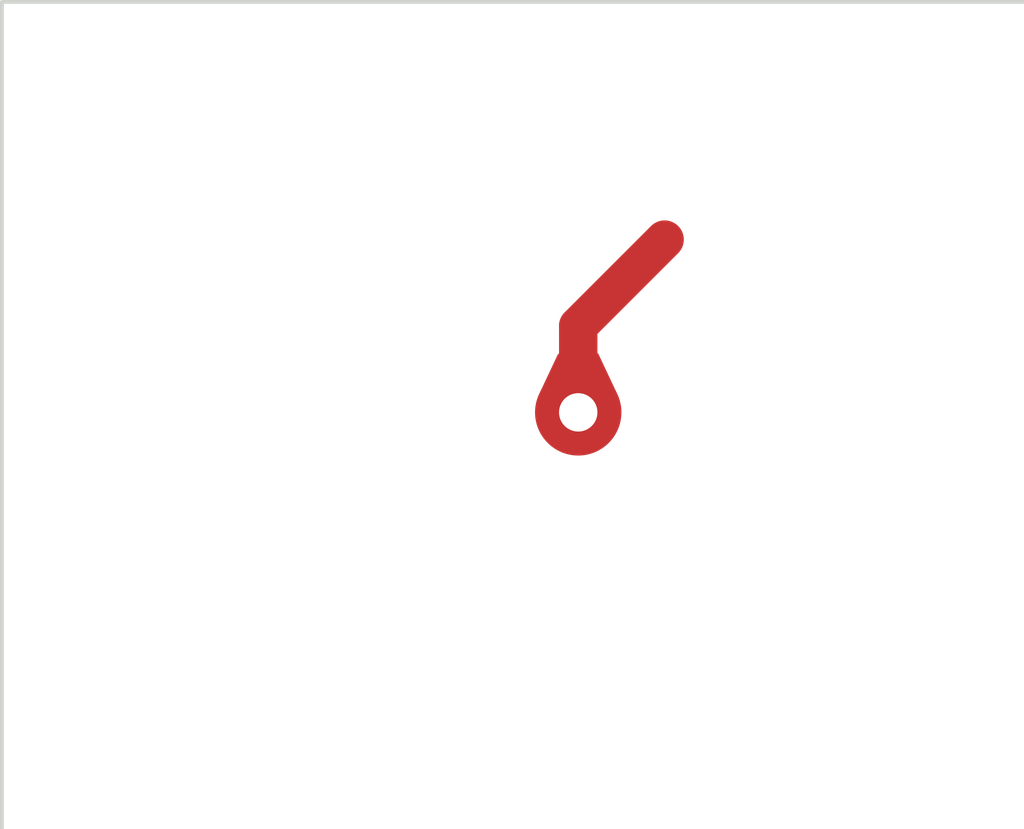
<source format=kicad_pcb>
(kicad_pcb
	(version 20240225)
	(generator "pcbnew")
	(generator_version "8.99")
	(general
		(thickness 0.5854)
		(legacy_teardrops no)
	)
	(paper "A4")
	(title_block
		(title "Optimistic Proteus")
		(date "2024-01-23")
		(rev "0.6.0")
		(company "epyMetrics AG")
		(comment 1 "CONFIDENTIAL")
	)
	(layers
		(0 "F.Cu" signal)
		(1 "In1.Cu" signal)
		(2 "In2.Cu" signal)
		(3 "In3.Cu" signal)
		(4 "In4.Cu" signal)
		(31 "B.Cu" signal)
		(32 "B.Adhes" user "B.Adhesive")
		(33 "F.Adhes" user "F.Adhesive")
		(34 "B.Paste" user)
		(35 "F.Paste" user)
		(36 "B.SilkS" user "B.Silkscreen")
		(37 "F.SilkS" user "F.Silkscreen")
		(38 "B.Mask" user)
		(39 "F.Mask" user)
		(40 "Dwgs.User" user "User.Drawings")
		(41 "Cmts.User" user "User.Comments")
		(42 "Eco1.User" user "User.Eco1")
		(43 "Eco2.User" user "User.Eco2")
		(44 "Edge.Cuts" user)
		(45 "Margin" user)
		(46 "B.CrtYd" user "B.Courtyard")
		(47 "F.CrtYd" user "F.Courtyard")
		(48 "B.Fab" user)
		(49 "F.Fab" user)
		(50 "User.1" user "Nearby Mechanical Objects")
		(51 "User.2" user "Coil Surface Declaration")
		(52 "User.3" user "Rigid Area")
		(53 "User.4" user "Non-bending flex Area")
		(54 "User.5" user "Impedance Control F")
		(55 "User.6" user "Impedance Control B")
		(58 "User.9" user "Bending lines")
	)
	(setup
		(stackup
			(layer "F.SilkS"
				(type "Top Silk Screen")
			)
			(layer "F.Paste"
				(type "Top Solder Paste")
			)
			(layer "F.Mask"
				(type "Top Solder Mask")
				(thickness 0.0127)
			)
			(layer "F.Cu"
				(type "copper")
				(thickness 0.035)
			)
			(layer "dielectric 1"
				(type "prepreg")
				(color "Polyimide")
				(thickness 0.067)
				(material "Polyimide")
				(epsilon_r 3.2)
				(loss_tangent 0.004)
			)
			(layer "In1.Cu"
				(type "copper")
				(thickness 0.035)
			)
			(layer "dielectric 2"
				(type "core")
				(color "Polyimide")
				(thickness 0.068)
				(material "Polyimide")
				(epsilon_r 3.2)
				(loss_tangent 0.004)
			)
			(layer "In2.Cu"
				(type "copper")
				(thickness 0.035)
			)
			(layer "dielectric 3"
				(type "prepreg")
				(color "FR4 natural")
				(thickness 0.08)
				(material "FR4")
				(epsilon_r 4.5)
				(loss_tangent 0.02)
			)
			(layer "In3.Cu"
				(type "copper")
				(thickness 0.035)
			)
			(layer "dielectric 4"
				(type "core")
				(color "Polyimide")
				(thickness 0.068)
				(material "Polyimide")
				(epsilon_r 3.2)
				(loss_tangent 0.004)
			)
			(layer "In4.Cu"
				(type "copper")
				(thickness 0.035)
			)
			(layer "dielectric 5"
				(type "prepreg")
				(color "Polyimide")
				(thickness 0.067)
				(material "Polyimide")
				(epsilon_r 3.2)
				(loss_tangent 0.004)
			)
			(layer "B.Cu"
				(type "copper")
				(thickness 0.035)
			)
			(layer "B.Mask"
				(type "Bottom Solder Mask")
				(thickness 0.0127)
			)
			(layer "B.Paste"
				(type "Bottom Solder Paste")
			)
			(layer "B.SilkS"
				(type "Bottom Silk Screen")
			)
			(copper_finish "None")
			(dielectric_constraints no)
		)
		(pad_to_mask_clearance 0)
		(allow_soldermask_bridges_in_footprints no)
		(aux_axis_origin 145 85)
		(grid_origin 145 0)
		(pcbplotparams
			(layerselection 0x0000020_7fffffe0)
			(plot_on_all_layers_selection 0x0021000_00000000)
			(disableapertmacros no)
			(usegerberextensions no)
			(usegerberattributes yes)
			(usegerberadvancedattributes yes)
			(creategerberjobfile yes)
			(dashed_line_dash_ratio 12.000000)
			(dashed_line_gap_ratio 3.000000)
			(svgprecision 4)
			(plotframeref no)
			(viasonmask no)
			(mode 1)
			(useauxorigin no)
			(hpglpennumber 1)
			(hpglpenspeed 20)
			(hpglpendiameter 15.000000)
			(pdf_front_fp_property_popups yes)
			(pdf_back_fp_property_popups yes)
			(pdf_metadata yes)
			(dxfpolygonmode yes)
			(dxfimperialunits yes)
			(dxfusepcbnewfont yes)
			(psnegative no)
			(psa4output no)
			(plotreference yes)
			(plotvalue yes)
			(plotfptext yes)
			(plotinvisibletext no)
			(sketchpadsonfab no)
			(plotpadnumbers no)
			(subtractmaskfromsilk no)
			(outputformat 5)
			(mirror no)
			(drillshape 0)
			(scaleselection 1)
			(outputdirectory "")
		)
	)
	(net 0 "")
	(net 1 "/core/FLASH_QSPI_IO3")
	(gr_rect
		(start 152.874 89.281)
		(end 155.541 91.44)
		(stroke
			(width 0.01)
			(type default)
		)
		(fill none)
		(layer "Edge.Cuts")
		(uuid "168ac014-89d2-47f2-9418-3a060907c3f1")
	)
	(segment
		(start 154.375 90.35)
		(end 154.375 90.125)
		(width 0.1)
		(layer "F.Cu")
		(net 1)
		(uuid "5c4a9f0b-7e15-4ca9-9afa-b93eab8ede8f")
	)
	(segment
		(start 154.375 90.125)
		(end 154.6 89.9)
		(width 0.1)
		(layer "F.Cu")
		(net 1)
		(uuid "e2497a47-4894-405c-8d2b-b8a3f1193582")
	)
	(via micro
		(at 154.375 90.35)
		(size 0.225)
		(drill 0.1)
		(layers "F.Cu" "In2.Cu")
		(teardrops
			(best_length_ratio 0.2)
			(max_length 1)
			(best_width_ratio 1)
			(max_width 2)
			(curve_points 0)
			(filter_ratio 0.9)
			(enabled yes)
			(allow_two_segments yes)
			(prefer_zone_connections yes)
		)
		(net 1)
		(uuid "1cffc1d1-fb40-4d2c-9862-4cc74f080ebb")
	)
	(segment
		(start 154.328717 90.35)
		(end 154.240717 90.438)
		(width 0.1)
		(layer "In2.Cu")
		(net 1)
		(uuid "5022bf5b-2165-4254-bf12-9b859e53d93b")
	)
	(segment
		(start 154.375 90.35)
		(end 154.328717 90.35)
		(width 0.1)
		(layer "In2.Cu")
		(net 1)
		(uuid "f01ae2d9-9cac-4701-9bc1-60686c429052")
	)
	(via blind
		(at 154.240717 90.438)
		(size 0.3)
		(drill 0.15)
		(layers "In2.Cu" "In3.Cu")
		(teardrops
			(best_length_ratio 0.2)
			(max_length 1)
			(best_width_ratio 1)
			(max_width 2)
			(curve_points 0)
			(filter_ratio 0.9)
			(enabled yes)
			(allow_two_segments yes)
			(prefer_zone_connections yes)
		)
		(net 1)
		(uuid "2c92c4e6-da90-4131-b404-e5624703e566")
	)
	(segment
		(start 154.240717 90.438)
		(end 154.187 90.438)
		(width 0.1)
		(layer "In3.Cu")
		(net 1)
		(uuid "87dd36cf-1e37-48ff-bd29-eb9af93a006d")
	)
	(segment
		(start 154.187 90.438)
		(end 153.907762 90.717238)
		(width 0.1)
		(layer "In3.Cu")
		(net 1)
		(uuid "fe454a03-5137-4866-b063-1566ba7f2e98")
	)
	(zone
		(net 1)
		(net_name "/core/FLASH_QSPI_IO3")
		(layer "F.Cu")
		(uuid "57fd00dd-207e-4e91-8811-c29c74d3bf3a")
		(name "$teardrop_padvia$")
		(hatch full 0.1)
		(priority 30004)
		(attr
			(teardrop
				(type padvia)
			)
		)
		(connect_pads yes
			(clearance 0)
		)
		(min_thickness 0.0254)
		(filled_areas_thickness no)
		(fill yes
			(thermal_gap 0.5)
			(thermal_bridge_width 0.5)
			(island_removal_mode 1)
			(island_area_min 10)
		)
		(polygon
			(pts
				(xy 154.425 90.1925) (xy 154.325 90.1925) (xy 154.271064 90.306948) (xy 154.375 90.351) (xy 154.478936 90.306948)
			)
		)
		(filled_polygon
			(layer "F.Cu")
			(pts
				(xy 154.425852 90.195927) (xy 154.428163 90.199212) (xy 154.473747 90.295937) (xy 154.474174 90.304882)
				(xy 154.468151 90.311509) (xy 154.467729 90.311697) (xy 154.379566 90.349064) (xy 154.370611 90.349138)
				(xy 154.370434 90.349064) (xy 154.28227 90.311697) (xy 154.27599 90.305314) (xy 154.276064 90.296359)
				(xy 154.276231 90.295982) (xy 154.321837 90.199212) (xy 154.328464 90.193189) (xy 154.332421 90.1925)
				(xy 154.417579 90.1925)
			)
		)
	)
	(zone
		(net 1)
		(net_name "/core/FLASH_QSPI_IO3")
		(layer "In2.Cu")
		(uuid "23416a56-5775-4547-aed0-cf24ca2aeaeb")
		(name "$teardrop_padvia$")
		(hatch full 0.1)
		(priority 30013)
		(attr
			(teardrop
				(type padvia)
			)
		)
		(connect_pads yes
			(clearance 0)
		)
		(min_thickness 0.0254)
		(filled_areas_thickness no)
		(fill yes
			(thermal_gap 0.5)
			(thermal_bridge_width 0.5)
			(island_removal_mode 1)
			(island_area_min 10)
		)
		(polygon
			(pts
				(xy 154.375 90.4) (xy 154.375 90.3) (xy 154.240717 90.288) (xy 154.239717 90.438) (xy 154.390717 90.438)
			)
		)
		(filled_polygon
			(layer "In2.Cu")
			(pts
				(xy 154.253373 90.289131) (xy 154.364342 90.299047) (xy 154.372277 90.303197) (xy 154.375 90.310701)
				(xy 154.375 90.399999) (xy 154.384028 90.421828) (xy 154.384023 90.430783) (xy 154.377688 90.437112)
				(xy 154.373216 90.438) (xy 154.251496 90.438) (xy 154.243223 90.434573) (xy 154.239796 90.4263)
				(xy 154.239796 90.426222) (xy 154.240319 90.347638) (xy 154.240632 90.300706) (xy 154.244114 90.292457)
				(xy 154.25241 90.289085)
			)
		)
	)
	(zone
		(net 1)
		(net_name "/core/FLASH_QSPI_IO3")
		(layer "In2.Cu")
		(uuid "cc66d48f-6013-4e6c-b24e-2b9d80482755")
		(name "$teardrop_padvia$")
		(hatch full 0.1)
		(priority 30011)
		(attr
			(teardrop
				(type padvia)
			)
		)
		(connect_pads yes
			(clearance 0)
		)
		(min_thickness 0.0254)
		(filled_areas_thickness no)
		(fill yes
			(thermal_gap 0.5)
			(thermal_bridge_width 0.5)
			(island_removal_mode 1)
			(island_area_min 10)
		)
		(polygon
			(pts
				(xy 154.209737 90.39827) (xy 154.280447 90.46898) (xy 154.375 90.4625) (xy 154.375707 90.349293)
				(xy 154.29545 90.27045)
			)
		)
		(filled_polygon
			(layer "In2.Cu")
			(pts
				(xy 154.303828 90.278962) (xy 154.305506 90.280329) (xy 154.372175 90.345823) (xy 154.375676 90.354065)
				(xy 154.375676 90.354242) (xy 154.375067 90.451642) (xy 154.371588 90.459894) (xy 154.364167 90.463242)
				(xy 154.285756 90.468616) (xy 154.277268 90.465762) (xy 154.276683 90.465216) (xy 154.216537 90.40507)
				(xy 154.21311 90.396797) (xy 154.215091 90.390284) (xy 154.287595 90.282162) (xy 154.295048 90.2772)
			)
		)
	)
	(zone
		(net 1)
		(net_name "/core/FLASH_QSPI_IO3")
		(layer "In3.Cu")
		(uuid "0926c658-2cbf-4086-88c9-b2ce72f1e1ec")
		(name "$teardrop_padvia$")
		(hatch full 0.1)
		(priority 30002)
		(attr
			(teardrop
				(type padvia)
			)
		)
		(connect_pads yes
			(clearance 0)
		)
		(min_thickness 0.0254)
		(filled_areas_thickness no)
		(fill yes
			(thermal_gap 0.5)
			(thermal_bridge_width 0.5)
			(island_removal_mode 1)
			(island_area_min 10)
		)
		(polygon
			(pts
				(xy 154.035354 90.518936) (xy 154.106064 90.589646) (xy 154.240717 90.588) (xy 154.241424 90.437293)
				(xy 154.102135 90.380597)
			)
		)
		(filled_polygon
			(layer "In3.Cu")
			(pts
				(xy 154.112305 90.384736) (xy 154.234098 90.434311) (xy 154.240468 90.440603) (xy 154.241386 90.445202)
				(xy 154.24077 90.576496) (xy 154.237304 90.584753) (xy 154.229213 90.58814) (xy 154.110993 90.589585)
				(xy 154.102679 90.58626) (xy 154.102577 90.586159) (xy 154.04123 90.524812) (xy 154.037803 90.516539)
				(xy 154.038966 90.511453) (xy 154.097361 90.390486) (xy 154.104042 90.384527)
			)
		)
	)
)

</source>
